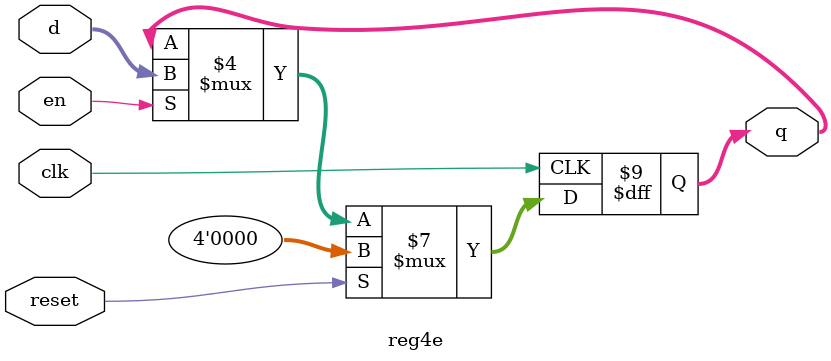
<source format=v>
`timescale 1ns / 1ps
module reg4e(
    input clk,
    input reset,
    input en,
    input [3:0] d,
    output reg [3:0] q
    );

	always @(posedge clk)
	begin
	  if(reset == 1)  q <= 4'b0000;
	  else if(en == 1) q <= d;
	end
endmodule

</source>
